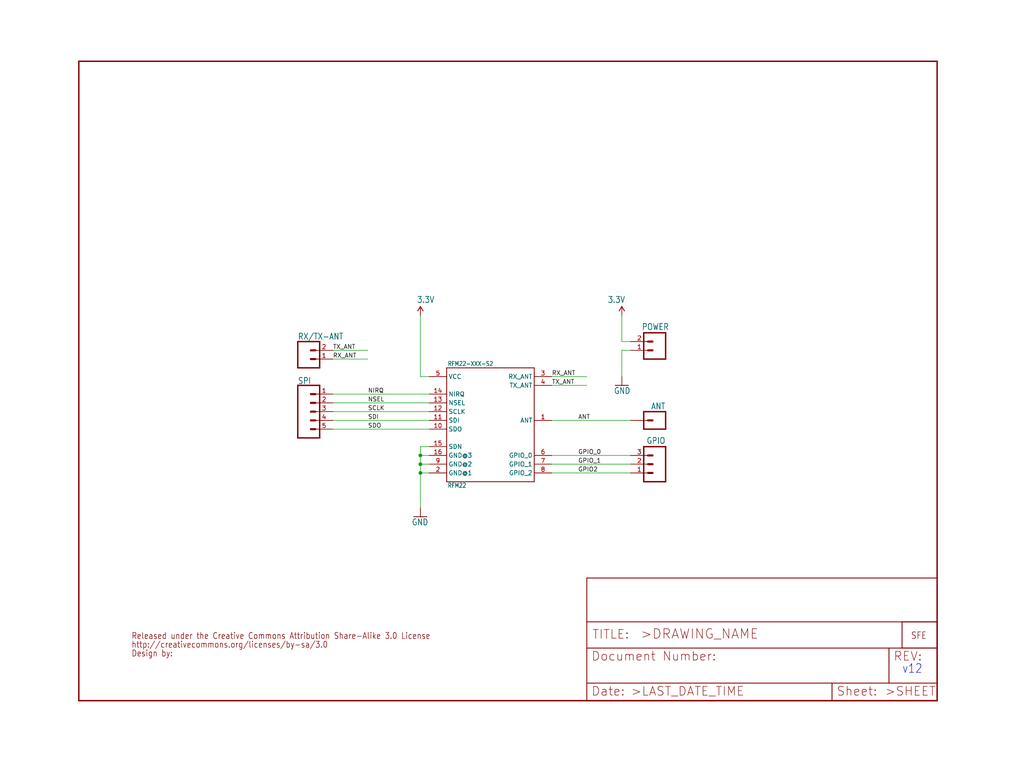
<source format=kicad_sch>
(kicad_sch (version 20211123) (generator eeschema)
  (paper "User" 297.002 223.926)
  (lib_symbols
    (symbol "eagleSchem-eagle-import:3.3V" (power)
      (property "Value" "3.3V" (at -1.016 3.556 0))
      (symbol "3.3V_1_0"
        (polyline (pts (xy 0 2.54) (xy -0.762 1.27)) (stroke (width 0.254)))
        (polyline (pts (xy 0.762 1.27) (xy 0 2.54)) (stroke (width 0.254)))
        (pin power_in line (at 0 0 90) (length 2.54) (name "3.3V") (number "1"))
      )
    )
    (symbol "eagleSchem-eagle-import:CREATIVE_COMMONS"
      (symbol "CREATIVE_COMMONS_1_0"
        (text "Design by:" (at 0 0 0) (effects (font (size 1.778 1.5113)) (justify left bottom)))
        (text "http://creativecommons.org/licenses/by-sa/3.0" (at 0 2.54 0) (effects (font (size 1.778 1.5113)) (justify left bottom)))
        (text "Released under the Creative Commons Attribution Share-Alike 3.0 License" (at 0 5.08 0) (effects (font (size 1.778 1.5113)) (justify left bottom)))
      )
    )
    (symbol "eagleSchem-eagle-import:FRAME-LETTER"
      (symbol "FRAME-LETTER_1_0"
        (polyline (pts (xy 0 0) (xy 248.92 0)) (stroke (width 0.4064)))
        (polyline (pts (xy 0 185.42) (xy 0 0)) (stroke (width 0.4064)))
        (polyline (pts (xy 0 185.42) (xy 248.92 185.42)) (stroke (width 0.4064)))
        (polyline (pts (xy 248.92 185.42) (xy 248.92 0)) (stroke (width 0.4064)))
      )
      (symbol "FRAME-LETTER_2_0"
        (polyline (pts (xy 0 0) (xy 0 5.08)) (stroke (width 0.254)))
        (polyline (pts (xy 0 0) (xy 71.12 0)) (stroke (width 0.254)))
        (polyline (pts (xy 0 5.08) (xy 0 15.24)) (stroke (width 0.254)))
        (polyline (pts (xy 0 5.08) (xy 71.12 5.08)) (stroke (width 0.254)))
        (polyline (pts (xy 0 15.24) (xy 0 22.86)) (stroke (width 0.254)))
        (polyline (pts (xy 0 22.86) (xy 0 35.56)) (stroke (width 0.254)))
        (polyline (pts (xy 0 22.86) (xy 101.6 22.86)) (stroke (width 0.254)))
        (polyline (pts (xy 71.12 0) (xy 101.6 0)) (stroke (width 0.254)))
        (polyline (pts (xy 71.12 5.08) (xy 71.12 0)) (stroke (width 0.254)))
        (polyline (pts (xy 71.12 5.08) (xy 87.63 5.08)) (stroke (width 0.254)))
        (polyline (pts (xy 87.63 5.08) (xy 101.6 5.08)) (stroke (width 0.254)))
        (polyline (pts (xy 87.63 15.24) (xy 0 15.24)) (stroke (width 0.254)))
        (polyline (pts (xy 87.63 15.24) (xy 87.63 5.08)) (stroke (width 0.254)))
        (polyline (pts (xy 101.6 5.08) (xy 101.6 0)) (stroke (width 0.254)))
        (polyline (pts (xy 101.6 15.24) (xy 87.63 15.24)) (stroke (width 0.254)))
        (polyline (pts (xy 101.6 15.24) (xy 101.6 5.08)) (stroke (width 0.254)))
        (polyline (pts (xy 101.6 22.86) (xy 101.6 15.24)) (stroke (width 0.254)))
        (polyline (pts (xy 101.6 35.56) (xy 0 35.56)) (stroke (width 0.254)))
        (polyline (pts (xy 101.6 35.56) (xy 101.6 22.86)) (stroke (width 0.254)))
        (text ">DRAWING_NAME" (at 15.494 17.78 0) (effects (font (size 2.7432 2.7432)) (justify left bottom)))
        (text ">LAST_DATE_TIME" (at 12.7 1.27 0) (effects (font (size 2.54 2.54)) (justify left bottom)))
        (text ">SHEET" (at 86.36 1.27 0) (effects (font (size 2.54 2.54)) (justify left bottom)))
        (text "Date:" (at 1.27 1.27 0) (effects (font (size 2.54 2.54)) (justify left bottom)))
        (text "Document Number:" (at 1.27 11.43 0) (effects (font (size 2.54 2.54)) (justify left bottom)))
        (text "REV:" (at 88.9 11.43 0) (effects (font (size 2.54 2.54)) (justify left bottom)))
        (text "Sheet:" (at 72.39 1.27 0) (effects (font (size 2.54 2.54)) (justify left bottom)))
        (text "TITLE:" (at 1.524 17.78 0) (effects (font (size 2.54 2.54)) (justify left bottom)))
      )
    )
    (symbol "eagleSchem-eagle-import:GND" (power)
      (property "Value" "GND" (at -2.54 -2.54 0))
      (symbol "GND_1_0"
        (polyline (pts (xy -1.905 0) (xy 1.905 0)) (stroke (width 0.254)))
        (pin power_in line (at 0 2.54 270) (length 2.54) (name "GND") (number "1"))
      )
    )
    (symbol "eagleSchem-eagle-import:LOGO-SFENEW"
      (symbol "LOGO-SFENEW_1_0"
        (polyline (pts (xy -2.54 -2.54) (xy 7.62 -2.54)) (stroke (width 0.254)))
        (polyline (pts (xy -2.54 5.08) (xy -2.54 -2.54)) (stroke (width 0.254)))
        (polyline (pts (xy 7.62 -2.54) (xy 7.62 5.08)) (stroke (width 0.254)))
        (polyline (pts (xy 7.62 5.08) (xy -2.54 5.08)) (stroke (width 0.254)))
        (text "SFE" (at 0 0 0) (effects (font (size 1.9304 1.6408)) (justify left bottom)))
      )
    )
    (symbol "eagleSchem-eagle-import:M01PTH"
      (property "Reference" "JP" (at -2.54 3.302 0))
      (property "Value" "M01PTH" (at -2.54 -5.08 0))
      (symbol "M01PTH_1_0"
        (polyline (pts (xy -2.54 2.54) (xy -2.54 -2.54)) (stroke (width 0.4064)))
        (polyline (pts (xy -2.54 2.54) (xy 3.81 2.54)) (stroke (width 0.4064)))
        (polyline (pts (xy 1.27 0) (xy 2.54 0)) (stroke (width 0.6096)))
        (polyline (pts (xy 3.81 -2.54) (xy -2.54 -2.54)) (stroke (width 0.4064)))
        (polyline (pts (xy 3.81 -2.54) (xy 3.81 2.54)) (stroke (width 0.4064)))
        (pin passive line (at 7.62 0 180) (length 5.08) (name "1") (number "1"))
      )
    )
    (symbol "eagleSchem-eagle-import:M02PTH"
      (property "Reference" "JP" (at -2.54 5.842 0))
      (property "Value" "M02PTH" (at -2.54 -5.08 0))
      (symbol "M02PTH_1_0"
        (polyline (pts (xy -2.54 5.08) (xy -2.54 -2.54)) (stroke (width 0.4064)))
        (polyline (pts (xy -2.54 5.08) (xy 3.81 5.08)) (stroke (width 0.4064)))
        (polyline (pts (xy 1.27 0) (xy 2.54 0)) (stroke (width 0.6096)))
        (polyline (pts (xy 1.27 2.54) (xy 2.54 2.54)) (stroke (width 0.6096)))
        (polyline (pts (xy 3.81 -2.54) (xy -2.54 -2.54)) (stroke (width 0.4064)))
        (polyline (pts (xy 3.81 -2.54) (xy 3.81 5.08)) (stroke (width 0.4064)))
        (pin passive line (at 7.62 0 180) (length 5.08) (name "1") (number "1"))
        (pin passive line (at 7.62 2.54 180) (length 5.08) (name "2") (number "2"))
      )
    )
    (symbol "eagleSchem-eagle-import:M03PTH"
      (property "Reference" "JP" (at -2.54 5.842 0))
      (property "Value" "M03PTH" (at -2.54 -7.62 0))
      (symbol "M03PTH_1_0"
        (polyline (pts (xy -2.54 5.08) (xy -2.54 -5.08)) (stroke (width 0.4064)))
        (polyline (pts (xy -2.54 5.08) (xy 3.81 5.08)) (stroke (width 0.4064)))
        (polyline (pts (xy 1.27 -2.54) (xy 2.54 -2.54)) (stroke (width 0.6096)))
        (polyline (pts (xy 1.27 0) (xy 2.54 0)) (stroke (width 0.6096)))
        (polyline (pts (xy 1.27 2.54) (xy 2.54 2.54)) (stroke (width 0.6096)))
        (polyline (pts (xy 3.81 -5.08) (xy -2.54 -5.08)) (stroke (width 0.4064)))
        (polyline (pts (xy 3.81 -5.08) (xy 3.81 5.08)) (stroke (width 0.4064)))
        (pin passive line (at 7.62 -2.54 180) (length 5.08) (name "1") (number "1"))
        (pin passive line (at 7.62 0 180) (length 5.08) (name "2") (number "2"))
        (pin passive line (at 7.62 2.54 180) (length 5.08) (name "3") (number "3"))
      )
    )
    (symbol "eagleSchem-eagle-import:M05PTH"
      (property "Reference" "JP" (at -2.54 8.382 0))
      (property "Value" "M05PTH" (at -2.54 -10.16 0))
      (symbol "M05PTH_1_0"
        (polyline (pts (xy -2.54 7.62) (xy -2.54 -7.62)) (stroke (width 0.4064)))
        (polyline (pts (xy -2.54 7.62) (xy 3.81 7.62)) (stroke (width 0.4064)))
        (polyline (pts (xy 1.27 -5.08) (xy 2.54 -5.08)) (stroke (width 0.6096)))
        (polyline (pts (xy 1.27 -2.54) (xy 2.54 -2.54)) (stroke (width 0.6096)))
        (polyline (pts (xy 1.27 0) (xy 2.54 0)) (stroke (width 0.6096)))
        (polyline (pts (xy 1.27 2.54) (xy 2.54 2.54)) (stroke (width 0.6096)))
        (polyline (pts (xy 1.27 5.08) (xy 2.54 5.08)) (stroke (width 0.6096)))
        (polyline (pts (xy 3.81 -7.62) (xy -2.54 -7.62)) (stroke (width 0.4064)))
        (polyline (pts (xy 3.81 -7.62) (xy 3.81 7.62)) (stroke (width 0.4064)))
        (pin passive line (at 7.62 -5.08 180) (length 5.08) (name "1") (number "1"))
        (pin passive line (at 7.62 -2.54 180) (length 5.08) (name "2") (number "2"))
        (pin passive line (at 7.62 0 180) (length 5.08) (name "3") (number "3"))
        (pin passive line (at 7.62 2.54 180) (length 5.08) (name "4") (number "4"))
        (pin passive line (at 7.62 5.08 180) (length 5.08) (name "5") (number "5"))
      )
    )
    (symbol "eagleSchem-eagle-import:RFM22"
      (property "Value" "RFM22" (at -12.446 -17.018 0))
      (symbol "RFM22_1_0"
        (polyline (pts (xy -12.7 -15.24) (xy 12.7 -15.24)) (stroke (width 0.254)))
        (polyline (pts (xy -12.7 17.78) (xy -12.7 -15.24)) (stroke (width 0.254)))
        (polyline (pts (xy 12.7 -15.24) (xy 12.7 17.78)) (stroke (width 0.254)))
        (polyline (pts (xy 12.7 17.78) (xy -12.7 17.78)) (stroke (width 0.254)))
        (pin bidirectional line (at 17.78 2.54 180) (length 5.08) (name "ANT") (number "1"))
        (pin output line (at -17.78 0 0) (length 5.08) (name "SDO") (number "10"))
        (pin input line (at -17.78 2.54 0) (length 5.08) (name "SDI") (number "11"))
        (pin input line (at -17.78 5.08 0) (length 5.08) (name "SCLK") (number "12"))
        (pin input line (at -17.78 7.62 0) (length 5.08) (name "NSEL") (number "13"))
        (pin output line (at -17.78 10.16 0) (length 5.08) (name "NIRQ") (number "14"))
        (pin input line (at -17.78 -5.08 0) (length 5.08) (name "SDN") (number "15"))
        (pin power_in line (at -17.78 -7.62 0) (length 5.08) (name "GND@3") (number "16"))
        (pin power_in line (at -17.78 -12.7 0) (length 5.08) (name "GND@1") (number "2"))
        (pin input line (at 17.78 15.24 180) (length 5.08) (name "RX_ANT") (number "3"))
        (pin input line (at 17.78 12.7 180) (length 5.08) (name "TX_ANT") (number "4"))
        (pin bidirectional line (at -17.78 15.24 0) (length 5.08) (name "VCC") (number "5"))
        (pin bidirectional line (at 17.78 -7.62 180) (length 5.08) (name "GPIO_0") (number "6"))
        (pin bidirectional line (at 17.78 -10.16 180) (length 5.08) (name "GPIO_1") (number "7"))
        (pin bidirectional line (at 17.78 -12.7 180) (length 5.08) (name "GPIO_2") (number "8"))
        (pin power_in line (at -17.78 -10.16 0) (length 5.08) (name "GND@2") (number "9"))
      )
    )
  )
  (junction (at 121.92 134.62))
  (junction (at 121.92 137.16))
  (junction (at 121.92 132.08))
  (wire (pts (xy 124.46 134.62) (xy 121.92 134.62)))
  (wire (pts (xy 180.34 99.06) (xy 180.34 91.44)))
  (wire (pts (xy 121.92 91.44) (xy 121.92 109.22)))
  (wire (pts (xy 124.46 129.54) (xy 121.92 129.54)))
  (wire (pts (xy 121.92 134.62) (xy 121.92 137.16)))
  (wire (pts (xy 124.46 137.16) (xy 121.92 137.16)))
  (wire (pts (xy 124.46 121.92) (xy 96.52 121.92)))
  (wire (pts (xy 124.46 119.38) (xy 96.52 119.38)))
  (wire (pts (xy 121.92 137.16) (xy 121.92 147.32)))
  (wire (pts (xy 124.46 124.46) (xy 96.52 124.46)))
  (wire (pts (xy 160.02 134.62) (xy 182.88 134.62)))
  (wire (pts (xy 160.02 132.08) (xy 182.88 132.08)))
  (wire (pts (xy 160.02 137.16) (xy 182.88 137.16)))
  (wire (pts (xy 124.46 132.08) (xy 121.92 132.08)))
  (wire (pts (xy 182.88 101.6) (xy 180.34 101.6)))
  (wire (pts (xy 121.92 132.08) (xy 121.92 134.62)))
  (wire (pts (xy 160.02 111.76) (xy 170.18 111.76)))
  (wire (pts (xy 124.46 116.84) (xy 96.52 116.84)))
  (wire (pts (xy 96.52 101.6) (xy 106.68 101.6)))
  (wire (pts (xy 180.34 101.6) (xy 180.34 109.22)))
  (wire (pts (xy 121.92 109.22) (xy 124.46 109.22)))
  (wire (pts (xy 121.92 129.54) (xy 121.92 132.08)))
  (wire (pts (xy 182.88 99.06) (xy 180.34 99.06)))
  (wire (pts (xy 160.02 109.22) (xy 170.18 109.22)))
  (wire (pts (xy 96.52 104.14) (xy 106.68 104.14)))
  (wire (pts (xy 124.46 114.3) (xy 96.52 114.3)))
  (wire (pts (xy 182.88 121.92) (xy 160.02 121.92)))
  (text "v12" (at 261.62 195.58 180) (effects (font (size 2.54 2.159)) (justify left bottom)))
  (label "SDO" (at 106.68 124.46 0) (effects (font (size 1.2446 1.2446))))
  (label "TX_ANT" (at 160.02 111.76 0) (effects (font (size 1.2446 1.2446))))
  (label "GPIO_0" (at 167.64 132.08 0) (effects (font (size 1.2446 1.2446))))
  (label "SDI" (at 106.68 121.92 0) (effects (font (size 1.2446 1.2446))))
  (label "SCLK" (at 106.68 119.38 0) (effects (font (size 1.2446 1.2446))))
  (label "NSEL" (at 106.68 116.84 0) (effects (font (size 1.2446 1.2446))))
  (label "RX_ANT" (at 160.02 109.22 0) (effects (font (size 1.2446 1.2446))))
  (label "GPIO2" (at 167.64 137.16 0) (effects (font (size 1.2446 1.2446))))
  (label "ANT" (at 167.64 121.92 0) (effects (font (size 1.2446 1.2446))))
  (label "RX_ANT" (at 96.52 104.14 0) (effects (font (size 1.2446 1.2446))))
  (label "GPIO_1" (at 167.64 134.62 0) (effects (font (size 1.2446 1.2446))))
  (label "NIRQ" (at 106.68 114.3 0) (effects (font (size 1.2446 1.2446))))
  (label "TX_ANT" (at 96.52 101.6 0) (effects (font (size 1.2446 1.2446))))
  (symbol (lib_id "eagleSchem-eagle-import:M02PTH") (at 190.5 101.6 0) (mirror y) (unit 1)
    (property "Reference" "JP0" (effects hide))
    (property "Value" "POWER" (at 194.056 95.758 0) (effects (font (size 1.778 1.5113)) (justify left bottom)))
    (property "Footprint" "eagleSchem:1X02" (effects hide))
  )
  (symbol (lib_id "eagleSchem-eagle-import:3.3V") (at 121.92 91.44 0) (unit 1)
    (property "Reference" "#P+1" (effects hide))
    (property "Value" "3.3V" (at 120.904 87.884 0) (effects (font (size 1.778 1.5113)) (justify left bottom)))
    (property "Footprint" "eagleSchem:" (effects hide))
  )
  (symbol (lib_id "eagleSchem-eagle-import:M05PTH") (at 88.9 119.38 0) (mirror x) (unit 1)
    (property "Reference" "JP4" (effects hide))
    (property "Value" "SPI" (at 86.36 109.474 0) (effects (font (size 1.778 1.5113)) (justify left bottom)))
    (property "Footprint" "eagleSchem:1X05" (effects hide))
  )
  (symbol (lib_id "eagleSchem-eagle-import:CREATIVE_COMMONS") (at 38.1 190.5 0) (unit 1)
    (property "Reference" "U$1" (effects hide))
    (property "Value" "CREATIVE_COMMONS" (effects hide))
    (property "Footprint" "eagleSchem:CREATIVE_COMMONS" (effects hide))
  )
  (symbol (lib_id "eagleSchem-eagle-import:GND") (at 121.92 149.86 0) (unit 1)
    (property "Reference" "#GND1" (effects hide))
    (property "Value" "GND" (at 119.38 152.4 0) (effects (font (size 1.778 1.5113)) (justify left bottom)))
    (property "Footprint" "eagleSchem:" (effects hide))
  )
  (symbol (lib_id "eagleSchem-eagle-import:M02PTH") (at 88.9 104.14 0) (unit 1)
    (property "Reference" "JP5" (effects hide))
    (property "Value" "RX/TX-ANT" (at 86.36 98.552 0) (effects (font (size 1.778 1.5113)) (justify left bottom)))
    (property "Footprint" "eagleSchem:1X02" (effects hide))
  )
  (symbol (lib_id "eagleSchem-eagle-import:3.3V") (at 180.34 91.44 0) (mirror y) (unit 1)
    (property "Reference" "#P+2" (effects hide))
    (property "Value" "3.3V" (at 181.356 87.884 0) (effects (font (size 1.778 1.5113)) (justify left bottom)))
    (property "Footprint" "eagleSchem:" (effects hide))
  )
  (symbol (lib_id "eagleSchem-eagle-import:FRAME-LETTER") (at 22.86 203.2 0) (unit 1)
    (property "Reference" "#FRAME1" (effects hide))
    (property "Value" "FRAME-LETTER" (effects hide))
    (property "Footprint" "eagleSchem:" (effects hide))
  )
  (symbol (lib_id "eagleSchem-eagle-import:LOGO-SFENEW") (at 264.16 185.42 0) (unit 1)
    (property "Reference" "JP1" (effects hide))
    (property "Value" "LOGO-SFENEW" (effects hide))
    (property "Footprint" "eagleSchem:SFE-NEW-WEBLOGO" (effects hide))
  )
  (symbol (lib_id "eagleSchem-eagle-import:M01PTH") (at 190.5 121.92 180) (unit 1)
    (property "Reference" "JP2" (effects hide))
    (property "Value" "ANT" (at 193.04 116.84 0) (effects (font (size 1.778 1.5113)) (justify left bottom)))
    (property "Footprint" "eagleSchem:1X01" (effects hide))
  )
  (symbol (lib_id "eagleSchem-eagle-import:FRAME-LETTER") (at 170.18 203.2 0) (unit 2)
    (property "Reference" "#FRAME1" (effects hide))
    (property "Value" "FRAME-LETTER" (effects hide))
    (property "Footprint" "eagleSchem:" (effects hide))
  )
  (symbol (lib_id "eagleSchem-eagle-import:GND") (at 180.34 111.76 0) (mirror y) (unit 1)
    (property "Reference" "#GND2" (effects hide))
    (property "Value" "GND" (at 182.88 114.3 0) (effects (font (size 1.778 1.5113)) (justify left bottom)))
    (property "Footprint" "eagleSchem:" (effects hide))
  )
  (symbol (lib_id "eagleSchem-eagle-import:M03PTH") (at 190.5 134.62 0) (mirror y) (unit 1)
    (property "Reference" "JP3" (effects hide))
    (property "Value" "GPIO" (at 193.04 128.778 0) (effects (font (size 1.778 1.5113)) (justify left bottom)))
    (property "Footprint" "eagleSchem:1X03" (effects hide))
  )
  (symbol (lib_id "eagleSchem-eagle-import:RFM22") (at 142.24 124.46 0) (unit 1)
    (property "Reference" "RFM22-XXX-S2" (at 129.794 106.172 0) (effects (font (size 1.27 1.0795)) (justify left bottom)))
    (property "Value" "RFM22" (at 129.794 141.478 0) (effects (font (size 1.27 1.0795)) (justify left bottom)))
    (property "Footprint" "eagleSchem:RFM22-XXX-S2" (effects hide))
  )
)
</source>
